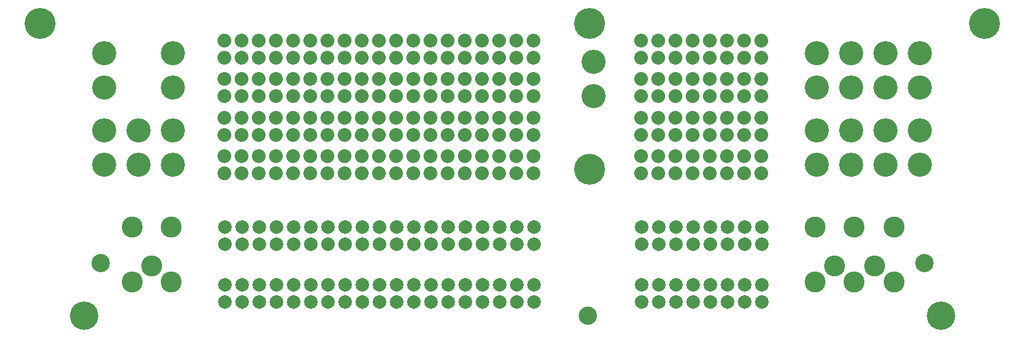
<source format=gbs>
G04 (created by PCBNEW (2013-07-07 BZR 4022)-stable) date 10/06/2014 08:12:37*
%MOIN*%
G04 Gerber Fmt 3.4, Leading zero omitted, Abs format*
%FSLAX34Y34*%
G01*
G70*
G90*
G04 APERTURE LIST*
%ADD10C,0.00590551*%
%ADD11C,0.08*%
%ADD12C,0.14063*%
%ADD13C,0.18*%
%ADD14C,0.0790551*%
%ADD15C,0.122362*%
%ADD16C,0.106614*%
%ADD17C,0.165669*%
G04 APERTURE END LIST*
G54D10*
G54D11*
X51500Y-32000D03*
X50500Y-32000D03*
X49500Y-32000D03*
X48500Y-32000D03*
X47500Y-32000D03*
X46500Y-32000D03*
X45500Y-32000D03*
X44500Y-32000D03*
X43500Y-32000D03*
X42500Y-32000D03*
X41500Y-32000D03*
X40500Y-32000D03*
X39500Y-32000D03*
X38500Y-32000D03*
X37500Y-32000D03*
X36500Y-32000D03*
X35500Y-32000D03*
X34500Y-32000D03*
X33500Y-32000D03*
X51500Y-33000D03*
X50500Y-33000D03*
X49500Y-33000D03*
X48500Y-33000D03*
X47500Y-33000D03*
X46500Y-33000D03*
X45500Y-33000D03*
X44500Y-33000D03*
X43500Y-33000D03*
X42500Y-33000D03*
X41500Y-33000D03*
X40500Y-33000D03*
X39500Y-33000D03*
X38500Y-33000D03*
X37500Y-33000D03*
X36500Y-33000D03*
X35500Y-33000D03*
X34500Y-33000D03*
X33500Y-33000D03*
X51500Y-29750D03*
X50500Y-29750D03*
X49500Y-29750D03*
X48500Y-29750D03*
X47500Y-29750D03*
X46500Y-29750D03*
X45500Y-29750D03*
X44500Y-29750D03*
X43500Y-29750D03*
X42500Y-29750D03*
X41500Y-29750D03*
X40500Y-29750D03*
X39500Y-29750D03*
X38500Y-29750D03*
X37500Y-29750D03*
X36500Y-29750D03*
X35500Y-29750D03*
X34500Y-29750D03*
X33500Y-29750D03*
X51500Y-30750D03*
X50500Y-30750D03*
X49500Y-30750D03*
X48500Y-30750D03*
X47500Y-30750D03*
X46500Y-30750D03*
X45500Y-30750D03*
X44500Y-30750D03*
X43500Y-30750D03*
X42500Y-30750D03*
X41500Y-30750D03*
X40500Y-30750D03*
X39500Y-30750D03*
X38500Y-30750D03*
X37500Y-30750D03*
X36500Y-30750D03*
X35500Y-30750D03*
X34500Y-30750D03*
X33500Y-30750D03*
X51500Y-27500D03*
X50500Y-27500D03*
X49500Y-27500D03*
X48500Y-27500D03*
X47500Y-27500D03*
X46500Y-27500D03*
X45500Y-27500D03*
X44500Y-27500D03*
X43500Y-27500D03*
X42500Y-27500D03*
X41500Y-27500D03*
X40500Y-27500D03*
X39500Y-27500D03*
X38500Y-27500D03*
X37500Y-27500D03*
X36500Y-27500D03*
X35500Y-27500D03*
X34500Y-27500D03*
X33500Y-27500D03*
X51500Y-28500D03*
X50500Y-28500D03*
X49500Y-28500D03*
X48500Y-28500D03*
X47500Y-28500D03*
X46500Y-28500D03*
X45500Y-28500D03*
X44500Y-28500D03*
X43500Y-28500D03*
X42500Y-28500D03*
X41500Y-28500D03*
X40500Y-28500D03*
X39500Y-28500D03*
X38500Y-28500D03*
X37500Y-28500D03*
X36500Y-28500D03*
X35500Y-28500D03*
X34500Y-28500D03*
X33500Y-28500D03*
X51500Y-25250D03*
X50500Y-25250D03*
X49500Y-25250D03*
X48500Y-25250D03*
X47500Y-25250D03*
X46500Y-25250D03*
X45500Y-25250D03*
X44500Y-25250D03*
X43500Y-25250D03*
X42500Y-25250D03*
X41500Y-25250D03*
X40500Y-25250D03*
X39500Y-25250D03*
X38500Y-25250D03*
X37500Y-25250D03*
X36500Y-25250D03*
X35500Y-25250D03*
X34500Y-25250D03*
X33500Y-25250D03*
X51500Y-26250D03*
X50500Y-26250D03*
X49500Y-26250D03*
X48500Y-26250D03*
X47500Y-26250D03*
X46500Y-26250D03*
X45500Y-26250D03*
X44500Y-26250D03*
X43500Y-26250D03*
X42500Y-26250D03*
X41500Y-26250D03*
X40500Y-26250D03*
X39500Y-26250D03*
X38500Y-26250D03*
X37500Y-26250D03*
X36500Y-26250D03*
X35500Y-26250D03*
X34500Y-26250D03*
X33500Y-26250D03*
G54D12*
X26500Y-28000D03*
X26500Y-26000D03*
X30500Y-28000D03*
X30500Y-26000D03*
X28500Y-30500D03*
X28500Y-32500D03*
X26500Y-32500D03*
X26500Y-30500D03*
X30500Y-30500D03*
X30500Y-32500D03*
G54D11*
X57750Y-28500D03*
X58750Y-28500D03*
X59750Y-28500D03*
X60750Y-28500D03*
X61750Y-28500D03*
X62750Y-28500D03*
X63750Y-28500D03*
X64750Y-28500D03*
X57750Y-27500D03*
X58750Y-27500D03*
X59750Y-27500D03*
X60750Y-27500D03*
X61750Y-27500D03*
X62750Y-27500D03*
X63750Y-27500D03*
X64750Y-27500D03*
X57750Y-30750D03*
X58750Y-30750D03*
X59750Y-30750D03*
X60750Y-30750D03*
X61750Y-30750D03*
X62750Y-30750D03*
X63750Y-30750D03*
X64750Y-30750D03*
X57750Y-29750D03*
X58750Y-29750D03*
X59750Y-29750D03*
X60750Y-29750D03*
X61750Y-29750D03*
X62750Y-29750D03*
X63750Y-29750D03*
X64750Y-29750D03*
X57750Y-33000D03*
X58750Y-33000D03*
X59750Y-33000D03*
X60750Y-33000D03*
X61750Y-33000D03*
X62750Y-33000D03*
X63750Y-33000D03*
X64750Y-33000D03*
X57750Y-32000D03*
X58750Y-32000D03*
X59750Y-32000D03*
X60750Y-32000D03*
X61750Y-32000D03*
X62750Y-32000D03*
X63750Y-32000D03*
X64750Y-32000D03*
X57750Y-26250D03*
X58750Y-26250D03*
X59750Y-26250D03*
X60750Y-26250D03*
X61750Y-26250D03*
X62750Y-26250D03*
X63750Y-26250D03*
X64750Y-26250D03*
X57750Y-25250D03*
X58750Y-25250D03*
X59750Y-25250D03*
X60750Y-25250D03*
X61750Y-25250D03*
X62750Y-25250D03*
X63750Y-25250D03*
X64750Y-25250D03*
G54D12*
X74000Y-28000D03*
X74000Y-26000D03*
X72000Y-32500D03*
X72000Y-30500D03*
X68000Y-32500D03*
X68000Y-30500D03*
X74000Y-32500D03*
X74000Y-30500D03*
X70000Y-32500D03*
X70000Y-30500D03*
X72000Y-28000D03*
X72000Y-26000D03*
X70000Y-26000D03*
X70000Y-28000D03*
X68000Y-28000D03*
X68000Y-26000D03*
X55000Y-26500D03*
X55000Y-28500D03*
G54D13*
X22750Y-24250D03*
X54750Y-24250D03*
X77750Y-24250D03*
X54750Y-32750D03*
G54D14*
X42522Y-40505D03*
X43522Y-40505D03*
X45522Y-40505D03*
X44522Y-40505D03*
X46522Y-40505D03*
X38522Y-40505D03*
X39522Y-40505D03*
X41522Y-40505D03*
X40522Y-40505D03*
X36522Y-40505D03*
X37522Y-40505D03*
X35522Y-40505D03*
X50522Y-37123D03*
X49522Y-37123D03*
X34522Y-40505D03*
X34522Y-39505D03*
X35522Y-39505D03*
X37522Y-39505D03*
X36522Y-39505D03*
X40522Y-39505D03*
X41522Y-39505D03*
X39522Y-39505D03*
X38522Y-39505D03*
X42522Y-36123D03*
X43522Y-36123D03*
X45522Y-36123D03*
X44522Y-36123D03*
X48522Y-36123D03*
X47522Y-36123D03*
X46522Y-36123D03*
X51522Y-37123D03*
G54D15*
X71357Y-38406D03*
X72499Y-39324D03*
X72499Y-36123D03*
X67892Y-36123D03*
X67892Y-39324D03*
X70176Y-36123D03*
X70176Y-39324D03*
X69034Y-38406D03*
G54D14*
X63810Y-36123D03*
X59810Y-36123D03*
X60810Y-36123D03*
X62810Y-36123D03*
X61810Y-36123D03*
X57810Y-36123D03*
X58810Y-36123D03*
X64810Y-36123D03*
X64810Y-37123D03*
X58810Y-37123D03*
X57810Y-37123D03*
X61810Y-37123D03*
X62810Y-37123D03*
X60810Y-37123D03*
X59810Y-37123D03*
X63810Y-37123D03*
X63810Y-40505D03*
X59810Y-40505D03*
X60810Y-40505D03*
X62810Y-40505D03*
X61810Y-40505D03*
X57810Y-40505D03*
X58810Y-40505D03*
X64810Y-40505D03*
X64810Y-39505D03*
X58810Y-39505D03*
X57810Y-39505D03*
X61810Y-39505D03*
X62810Y-39505D03*
X60810Y-39505D03*
X59810Y-39505D03*
X63810Y-39505D03*
X33522Y-39505D03*
X50522Y-39505D03*
X46522Y-39505D03*
X47522Y-39505D03*
X49522Y-39505D03*
X48522Y-39505D03*
X44522Y-39505D03*
X45522Y-39505D03*
X43522Y-39505D03*
X42522Y-39505D03*
X51522Y-39505D03*
X51522Y-40505D03*
X48522Y-40505D03*
X49522Y-40505D03*
X47522Y-40505D03*
X50522Y-40505D03*
X33522Y-40505D03*
X33522Y-37123D03*
X34522Y-37123D03*
X36522Y-37123D03*
X35522Y-37123D03*
X39522Y-37123D03*
X40522Y-37123D03*
X38522Y-37123D03*
X37522Y-37123D03*
X41522Y-37123D03*
X46522Y-37123D03*
X47522Y-37123D03*
X48522Y-37123D03*
X44522Y-37123D03*
X45522Y-37123D03*
X43522Y-37123D03*
X42522Y-37123D03*
X51522Y-36123D03*
X49522Y-36123D03*
X50522Y-36123D03*
X41522Y-36123D03*
X37522Y-36123D03*
X38522Y-36123D03*
X40522Y-36123D03*
X39522Y-36123D03*
X35522Y-36123D03*
X36522Y-36123D03*
X34522Y-36123D03*
X33522Y-36123D03*
G54D15*
X29270Y-38406D03*
X30412Y-39324D03*
X30412Y-36123D03*
G54D16*
X74251Y-38221D03*
X26298Y-38221D03*
G54D17*
X75215Y-41292D03*
G54D15*
X28129Y-39324D03*
X28129Y-36123D03*
G54D17*
X25333Y-41292D03*
G54D16*
X54664Y-41292D03*
M02*

</source>
